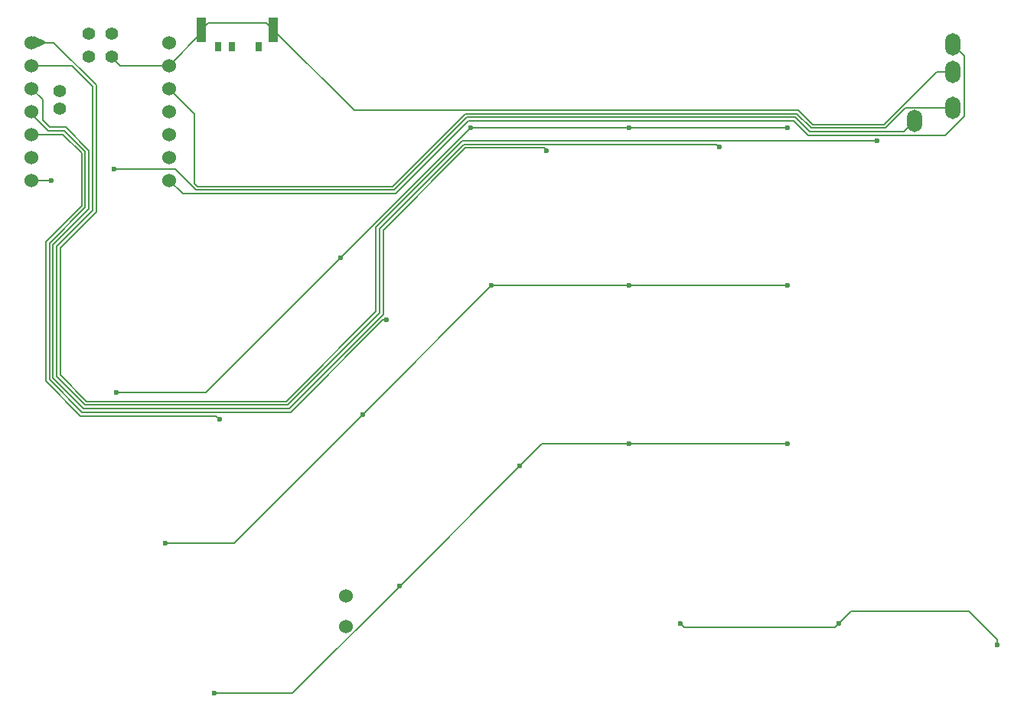
<source format=gtl>
G04 #@! TF.GenerationSoftware,KiCad,Pcbnew,8.0.7*
G04 #@! TF.CreationDate,2024-12-21T19:43:23+01:00*
G04 #@! TF.ProjectId,mint36tt_rev02_L,6d696e74-3336-4747-945f-72657630325f,0.2*
G04 #@! TF.SameCoordinates,Original*
G04 #@! TF.FileFunction,Copper,L1,Top*
G04 #@! TF.FilePolarity,Positive*
%FSLAX46Y46*%
G04 Gerber Fmt 4.6, Leading zero omitted, Abs format (unit mm)*
G04 Created by KiCad (PCBNEW 8.0.7) date 2024-12-21 19:43:23*
%MOMM*%
%LPD*%
G01*
G04 APERTURE LIST*
G04 #@! TA.AperFunction,ComponentPad*
%ADD10C,1.524000*%
G04 #@! TD*
G04 #@! TA.AperFunction,ComponentPad*
%ADD11C,1.397000*%
G04 #@! TD*
G04 #@! TA.AperFunction,SMDPad,CuDef*
%ADD12R,0.700000X1.000000*%
G04 #@! TD*
G04 #@! TA.AperFunction,SMDPad,CuDef*
%ADD13R,1.000000X2.800000*%
G04 #@! TD*
G04 #@! TA.AperFunction,ComponentPad*
%ADD14O,1.700000X2.500000*%
G04 #@! TD*
G04 #@! TA.AperFunction,ViaPad*
%ADD15C,0.600000*%
G04 #@! TD*
G04 #@! TA.AperFunction,Conductor*
%ADD16C,0.200000*%
G04 #@! TD*
G04 APERTURE END LIST*
D10*
X128990000Y-121715000D03*
X128990000Y-118315000D03*
X94170000Y-57095000D03*
X94170000Y-59635000D03*
X94170000Y-62175000D03*
X94170000Y-64715000D03*
X94170000Y-67255000D03*
X94170000Y-69795000D03*
X94170000Y-72335000D03*
X109410000Y-72335000D03*
X109410000Y-69795000D03*
X109410000Y-67255000D03*
X109410000Y-64715000D03*
X109410000Y-62175000D03*
X109410000Y-59635000D03*
X109410000Y-57095000D03*
D11*
X100520000Y-56143000D03*
X103060000Y-56143000D03*
X100520000Y-58683000D03*
X103060000Y-58683000D03*
X97345000Y-64398000D03*
X97345000Y-62493000D03*
D12*
X119365000Y-57570000D03*
X116365000Y-57570000D03*
X114865000Y-57570000D03*
D13*
X120965000Y-55670000D03*
X113015000Y-55670000D03*
D14*
X191890000Y-65815000D03*
X196090000Y-57315000D03*
X196090000Y-60315000D03*
X196090000Y-64315000D03*
D15*
X187765000Y-67975000D03*
X170265000Y-68665000D03*
X151185186Y-69075000D03*
X133490410Y-87795000D03*
X114983876Y-98815000D03*
X103581093Y-95838818D03*
X160340000Y-66515000D03*
X128371020Y-80926020D03*
X177840000Y-66515000D03*
X142782040Y-66515000D03*
X160340000Y-84015000D03*
X130813630Y-98248630D03*
X177840000Y-84015000D03*
X108988891Y-112482307D03*
X145047260Y-84015000D03*
X160340000Y-101515000D03*
X134877239Y-117210948D03*
X114396688Y-129125796D03*
X177840000Y-101515000D03*
X148225948Y-103980948D03*
X183490000Y-121415000D03*
X165990000Y-121415000D03*
X200990000Y-123790000D03*
X103295735Y-71090735D03*
X96422811Y-72335000D03*
X116365000Y-57570000D03*
X119365000Y-57570000D03*
D16*
X97390000Y-79817744D02*
X101340000Y-75867744D01*
X141887726Y-67975000D02*
X132310000Y-77552726D01*
X132310000Y-77552726D02*
X132310000Y-86855000D01*
X101340000Y-61765000D02*
X96670000Y-57095000D01*
X97390000Y-93905000D02*
X97390000Y-79817744D01*
X101340000Y-75867744D02*
X101340000Y-61765000D01*
X187765000Y-67975000D02*
X141887726Y-67975000D01*
X122360000Y-96805000D02*
X100290000Y-96805000D01*
X100290000Y-96805000D02*
X97390000Y-93905000D01*
X96670000Y-57095000D02*
X94170000Y-57095000D01*
X132310000Y-86855000D02*
X122360000Y-96805000D01*
X100940000Y-61930686D02*
X98644314Y-59635000D01*
X98644314Y-59635000D02*
X94170000Y-59635000D01*
X132710000Y-77718412D02*
X132710000Y-87020686D01*
X169975000Y-68375000D02*
X142053412Y-68375000D01*
X96980000Y-94060686D02*
X96980000Y-79662058D01*
X100940000Y-75702058D02*
X100940000Y-61930686D01*
X100124314Y-97205000D02*
X96980000Y-94060686D01*
X142053412Y-68375000D02*
X132710000Y-77718412D01*
X170265000Y-68665000D02*
X169975000Y-68375000D01*
X122525686Y-97205000D02*
X100124314Y-97205000D01*
X96980000Y-79662058D02*
X100940000Y-75702058D01*
X132710000Y-87020686D02*
X122525686Y-97205000D01*
X100540000Y-75536372D02*
X100540000Y-69035001D01*
X142219098Y-68775000D02*
X133110000Y-77884098D01*
X96205686Y-66455000D02*
X95420000Y-65669314D01*
X97959999Y-66455000D02*
X96205686Y-66455000D01*
X133110000Y-87186372D02*
X132875685Y-87420686D01*
X122681372Y-97615000D02*
X99968628Y-97615000D01*
X95420000Y-65669314D02*
X95420000Y-63425000D01*
X133110000Y-77884098D02*
X133110000Y-87186372D01*
X99968628Y-97615000D02*
X96580000Y-94226372D01*
X132750000Y-87546372D02*
X122681372Y-97615000D01*
X96580000Y-79496372D02*
X100540000Y-75536372D01*
X96580000Y-94226372D02*
X96580000Y-79496372D01*
X132875685Y-87420686D02*
X132750000Y-87546372D01*
X100540000Y-69035001D02*
X97959999Y-66455000D01*
X150885186Y-68775000D02*
X142219098Y-68775000D01*
X95420000Y-63425000D02*
X94170000Y-62175000D01*
X151185186Y-69075000D02*
X150885186Y-68775000D01*
X99802942Y-98015000D02*
X96180000Y-94392058D01*
X94170000Y-64985000D02*
X94170000Y-64715000D01*
X133490410Y-87795000D02*
X133067058Y-87795000D01*
X96180000Y-94392058D02*
X96180000Y-79330686D01*
X97794314Y-66855000D02*
X96040000Y-66855000D01*
X96180000Y-79330686D02*
X100140000Y-75370686D01*
X133067058Y-87795000D02*
X122847058Y-98015000D01*
X100140000Y-75370686D02*
X100140000Y-69200687D01*
X96040000Y-66855000D02*
X94170000Y-64985000D01*
X99535685Y-68596372D02*
X97794314Y-66855000D01*
X122847058Y-98015000D02*
X99802942Y-98015000D01*
X100140000Y-69200687D02*
X99535685Y-68596372D01*
X114583876Y-98415000D02*
X99637256Y-98415000D01*
X95780000Y-94557744D02*
X95780000Y-79165000D01*
X99740000Y-75205000D02*
X99740000Y-69366372D01*
X114983876Y-98815000D02*
X114583876Y-98415000D01*
X99740000Y-69366372D02*
X97628628Y-67255000D01*
X97628628Y-67255000D02*
X94170000Y-67255000D01*
X95780000Y-79165000D02*
X99740000Y-75205000D01*
X99637256Y-98415000D02*
X95780000Y-94557744D01*
X113458222Y-95838818D02*
X103581093Y-95838818D01*
X177840000Y-66515000D02*
X142782040Y-66515000D01*
X128371020Y-80926020D02*
X113458222Y-95838818D01*
X142782040Y-66515000D02*
X128371020Y-80926020D01*
X128371020Y-80916405D02*
X128371020Y-80926020D01*
X116579953Y-112482307D02*
X108988891Y-112482307D01*
X130813630Y-98248630D02*
X116579953Y-112482307D01*
X177840000Y-84015000D02*
X145047260Y-84015000D01*
X145047260Y-84015000D02*
X130813630Y-98248630D01*
X177840000Y-101515000D02*
X150691895Y-101515000D01*
X134995948Y-117210948D02*
X123081099Y-129125796D01*
X123081099Y-129125796D02*
X114396688Y-129125796D01*
X134877239Y-117210948D02*
X134995948Y-117210948D01*
X150691895Y-101515000D02*
X148225948Y-103980948D01*
X148225948Y-103980948D02*
X134995948Y-117210948D01*
X200990000Y-123140000D02*
X197925500Y-120075500D01*
X200990000Y-123790000D02*
X200990000Y-123140000D01*
X184829500Y-120075500D02*
X183490000Y-121415000D01*
X166404500Y-121829500D02*
X183075500Y-121829500D01*
X197925500Y-120075500D02*
X184829500Y-120075500D01*
X183075500Y-121829500D02*
X183490000Y-121415000D01*
X165990000Y-121415000D02*
X166404500Y-121829500D01*
X180290000Y-66975000D02*
X190730000Y-66975000D01*
X134324314Y-73435000D02*
X142374314Y-65385000D01*
X142374314Y-65385000D02*
X178700000Y-65385000D01*
X103295735Y-71090735D02*
X103301470Y-71085000D01*
X110060000Y-71085000D02*
X112410000Y-73435000D01*
X178700000Y-65385000D02*
X180290000Y-66975000D01*
X94170000Y-72335000D02*
X96422811Y-72335000D01*
X103301470Y-71085000D02*
X110060000Y-71085000D01*
X112410000Y-73435000D02*
X134324314Y-73435000D01*
X190730000Y-66975000D02*
X191890000Y-65815000D01*
X197380000Y-58605000D02*
X197380000Y-65275000D01*
X134490000Y-73835000D02*
X110910000Y-73835000D01*
X178534314Y-65785000D02*
X142540000Y-65785000D01*
X110910000Y-73835000D02*
X109410000Y-72335000D01*
X142540000Y-65785000D02*
X134490000Y-73835000D01*
X197380000Y-65275000D02*
X195280000Y-67375000D01*
X195280000Y-67375000D02*
X180124314Y-67375000D01*
X180124314Y-67375000D02*
X178534314Y-65785000D01*
X196090000Y-57315000D02*
X197380000Y-58605000D01*
X112220000Y-72679314D02*
X112220000Y-64985000D01*
X112220000Y-64985000D02*
X109410000Y-62175000D01*
X142208628Y-64985000D02*
X134158628Y-73035000D01*
X196090000Y-64315000D02*
X190890000Y-64315000D01*
X188630000Y-66575000D02*
X180455686Y-66575000D01*
X112575686Y-73035000D02*
X112220000Y-72679314D01*
X134158628Y-73035000D02*
X112575686Y-73035000D01*
X180455686Y-66575000D02*
X178865686Y-64985000D01*
X178865686Y-64985000D02*
X142208628Y-64985000D01*
X190890000Y-64315000D02*
X188630000Y-66575000D01*
X113765000Y-54920000D02*
X120215000Y-54920000D01*
X113015000Y-55670000D02*
X113765000Y-54920000D01*
X103987451Y-59635000D02*
X103255917Y-58903466D01*
X179031372Y-64585000D02*
X180621372Y-66175000D01*
X109410000Y-59635000D02*
X103987451Y-59635000D01*
X129880000Y-64585000D02*
X179031372Y-64585000D01*
X120215000Y-54920000D02*
X120965000Y-55670000D01*
X113015000Y-56030000D02*
X113015000Y-55670000D01*
X188464314Y-66175000D02*
X194324314Y-60315000D01*
X194324314Y-60315000D02*
X196090000Y-60315000D01*
X180621372Y-66175000D02*
X188464314Y-66175000D01*
X109410000Y-59635000D02*
X113015000Y-56030000D01*
X120965000Y-55670000D02*
X129880000Y-64585000D01*
G04 #@! TA.AperFunction,Conductor*
G36*
X94472121Y-56396183D02*
G01*
X94472780Y-56396481D01*
X95687449Y-56991789D01*
X95693370Y-56998507D01*
X95694000Y-57002295D01*
X95694000Y-57187704D01*
X95690573Y-57195977D01*
X95687449Y-57198210D01*
X94472780Y-57793518D01*
X94463843Y-57794082D01*
X94457125Y-57788161D01*
X94456835Y-57787521D01*
X94170865Y-57099489D01*
X94170855Y-57090536D01*
X94170866Y-57090510D01*
X94207531Y-57002295D01*
X94456828Y-56402495D01*
X94463167Y-56396172D01*
X94472121Y-56396183D01*
G37*
G04 #@! TD.AperFunction*
M02*

</source>
